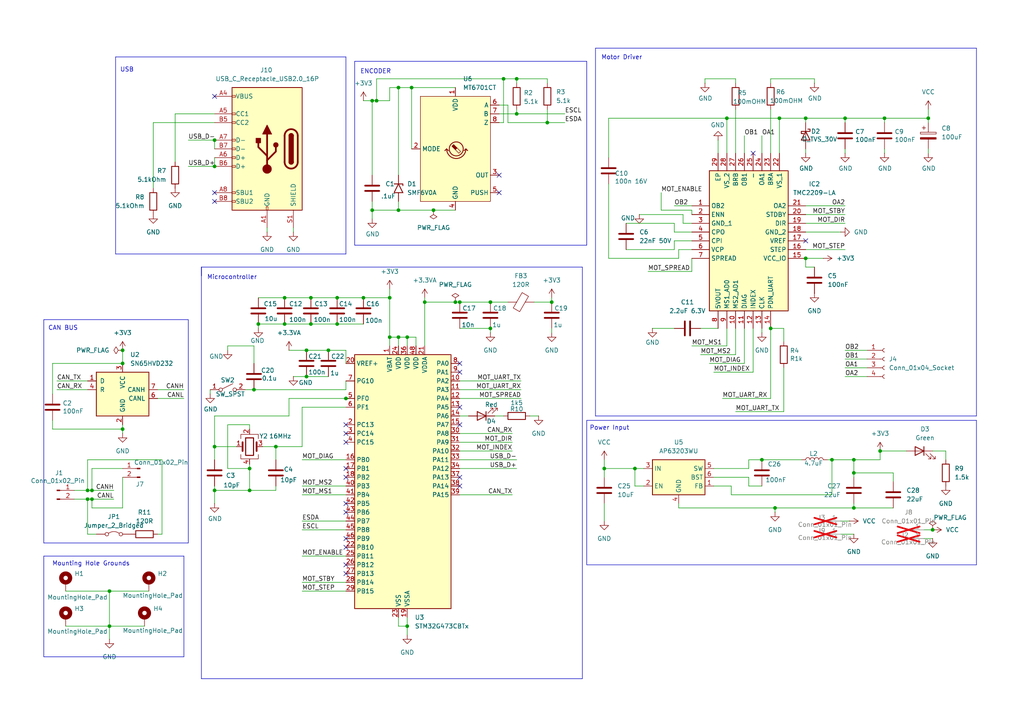
<source format=kicad_sch>
(kicad_sch (version 20231120) (generator "eeschema") (generator_version "8.0")
  (paper "A4")
  (junction (at 62.23 40.64))
  (junction (at 25.4 142.24))
  (junction (at 82.55 93.98))
  (junction (at 109.22 29.21))
  (junction (at 142.24 95.25))
  (junction (at 88.9 109.22))
  (junction (at 142.24 87.63))
  (junction (at 132.08 87.63))
  (junction (at 72.39 142.24))
  (junction (at 233.68 74.93))
  (junction (at 80.01 129.54))
  (junction (at 247.65 137.16))
  (junction (at 223.52 95.25))
  (junction (at 160.02 87.63))
  (junction (at 158.75 35.56))
  (junction (at 184.15 135.89))
  (junction (at 31.75 181.61))
  (junction (at 133.35 87.63))
  (junction (at 233.68 34.29))
  (junction (at 90.17 86.36))
  (junction (at 74.93 93.98))
  (junction (at 97.79 93.98))
  (junction (at 107.95 29.21))
  (junction (at 62.23 48.26))
  (junction (at 62.23 129.54))
  (junction (at 26.67 142.24))
  (junction (at 35.56 101.6))
  (junction (at 31.75 171.45))
  (junction (at 125.73 60.96))
  (junction (at 118.11 181.61))
  (junction (at 107.95 60.96))
  (junction (at 226.06 34.29))
  (junction (at 105.41 86.36))
  (junction (at 149.86 22.86))
  (junction (at 97.79 86.36))
  (junction (at 241.3 133.35))
  (junction (at 247.65 147.32))
  (junction (at 100.33 115.57))
  (junction (at 256.54 34.29))
  (junction (at 146.05 22.86))
  (junction (at 72.39 135.89))
  (junction (at 62.23 142.24))
  (junction (at 35.56 105.41))
  (junction (at 115.57 97.79))
  (junction (at 90.17 93.98))
  (junction (at 95.25 101.6))
  (junction (at 224.79 147.32))
  (junction (at 73.66 113.03))
  (junction (at 149.86 33.02))
  (junction (at 88.9 101.6))
  (junction (at 25.4 144.78))
  (junction (at 175.26 135.89))
  (junction (at 82.55 86.36))
  (junction (at 118.11 97.79))
  (junction (at 35.56 124.46))
  (junction (at 113.03 97.79))
  (junction (at 115.57 25.4))
  (junction (at 255.27 130.81))
  (junction (at 220.98 133.35))
  (junction (at 247.65 133.35))
  (junction (at 115.57 60.96))
  (junction (at 113.03 86.36))
  (junction (at 245.11 34.29))
  (junction (at 270.51 153.67))
  (junction (at 269.24 34.29))
  (junction (at 123.19 87.63))
  (junction (at 119.38 25.4))
  (junction (at 210.82 34.29))
  (junction (at 26.67 144.78))
  (no_connect (at 133.35 105.41))
  (no_connect (at 62.23 27.94))
  (no_connect (at 100.33 123.19))
  (no_connect (at 100.33 135.89))
  (no_connect (at 100.33 146.05))
  (no_connect (at 62.23 58.42))
  (no_connect (at 133.35 140.97))
  (no_connect (at 133.35 118.11))
  (no_connect (at 133.35 138.43))
  (no_connect (at 100.33 148.59))
  (no_connect (at 100.33 163.83))
  (no_connect (at 100.33 156.21))
  (no_connect (at 100.33 138.43))
  (no_connect (at 100.33 166.37))
  (no_connect (at 218.44 44.45))
  (no_connect (at 133.35 123.19))
  (no_connect (at 133.35 107.95))
  (no_connect (at 62.23 55.88))
  (no_connect (at 233.68 69.85))
  (no_connect (at 100.33 128.27))
  (no_connect (at 100.33 125.73))
  (no_connect (at 144.78 50.8))
  (no_connect (at 144.78 55.88))
  (no_connect (at 100.33 158.75))
  (wire (pts (xy 147.32 30.48) (xy 147.32 35.56)))
  (wire (pts (xy 209.55 115.57) (xy 223.52 115.57)))
  (wire (pts (xy 269.24 31.75) (xy 269.24 34.29)))
  (wire (pts (xy 44.45 35.56) (xy 62.23 35.56)))
  (wire (pts (xy 241.3 143.51) (xy 241.3 133.35)))
  (wire (pts (xy 204.47 22.86) (xy 204.47 24.13)))
  (wire (pts (xy 213.36 22.86) (xy 213.36 24.13)))
  (wire (pts (xy 87.63 118.11) (xy 100.33 118.11)))
  (wire (pts (xy 66.04 101.6) (xy 66.04 100.33)))
  (wire (pts (xy 54.61 48.26) (xy 62.23 48.26)))
  (wire (pts (xy 123.19 87.63) (xy 132.08 87.63)))
  (wire (pts (xy 62.23 40.64) (xy 62.23 43.18)))
  (wire (pts (xy 113.03 86.36) (xy 113.03 97.79)))
  (wire (pts (xy 115.57 60.96) (xy 125.73 60.96)))
  (wire (pts (xy 158.75 22.86) (xy 149.86 22.86)))
  (wire (pts (xy 83.82 115.57) (xy 100.33 115.57)))
  (wire (pts (xy 245.11 34.29) (xy 245.11 35.56)))
  (wire (pts (xy 72.39 123.19) (xy 72.39 124.46)))
  (wire (pts (xy 87.63 143.51) (xy 100.33 143.51)))
  (polyline (pts (xy 102.87 17.78) (xy 102.87 71.12)))
  (wire (pts (xy 113.03 25.4) (xy 113.03 29.21)))
  (wire (pts (xy 146.05 22.86) (xy 149.86 22.86)))
  (wire (pts (xy 189.23 95.25) (xy 195.58 95.25)))
  (wire (pts (xy 72.39 135.89) (xy 72.39 142.24)))
  (polyline (pts (xy 33.528 73.66) (xy 100.33 73.66)))
  (wire (pts (xy 50.8 46.99) (xy 50.8 33.02)))
  (wire (pts (xy 212.09 140.97) (xy 212.09 143.51)))
  (wire (pts (xy 200.66 69.85) (xy 195.58 69.85)))
  (wire (pts (xy 88.9 109.22) (xy 95.25 109.22)))
  (wire (pts (xy 46.99 133.35) (xy 25.4 133.35)))
  (wire (pts (xy 118.11 179.07) (xy 118.11 181.61)))
  (wire (pts (xy 233.68 34.29) (xy 245.11 34.29)))
  (wire (pts (xy 87.63 161.29) (xy 100.33 161.29)))
  (wire (pts (xy 144.78 33.02) (xy 149.86 33.02)))
  (wire (pts (xy 54.61 40.64) (xy 62.23 40.64)))
  (wire (pts (xy 256.54 43.18) (xy 256.54 44.45)))
  (wire (pts (xy 115.57 97.79) (xy 118.11 97.79)))
  (wire (pts (xy 196.85 74.93) (xy 176.53 74.93)))
  (wire (pts (xy 215.9 95.25) (xy 215.9 105.41)))
  (wire (pts (xy 101.6 115.57) (xy 100.33 115.57)))
  (wire (pts (xy 15.24 114.3) (xy 15.24 105.41)))
  (wire (pts (xy 210.82 95.25) (xy 210.82 100.33)))
  (wire (pts (xy 87.63 133.35) (xy 100.33 133.35)))
  (wire (pts (xy 74.93 93.98) (xy 74.93 95.25)))
  (wire (pts (xy 198.12 62.23) (xy 185.42 62.23)))
  (wire (pts (xy 107.95 58.42) (xy 107.95 60.96)))
  (wire (pts (xy 256.54 34.29) (xy 269.24 34.29)))
  (wire (pts (xy 203.2 95.25) (xy 208.28 95.25)))
  (wire (pts (xy 207.01 138.43) (xy 217.17 138.43)))
  (wire (pts (xy 113.03 83.82) (xy 113.03 86.36)))
  (wire (pts (xy 247.65 133.35) (xy 241.3 133.35)))
  (wire (pts (xy 241.3 133.35) (xy 240.03 133.35)))
  (wire (pts (xy 109.22 29.21) (xy 107.95 29.21)))
  (wire (pts (xy 41.91 181.61) (xy 31.75 181.61)))
  (wire (pts (xy 195.58 72.39) (xy 181.61 72.39)))
  (wire (pts (xy 125.73 60.96) (xy 132.08 60.96)))
  (polyline (pts (xy 170.18 71.12) (xy 170.18 17.78)))
  (wire (pts (xy 200.66 74.93) (xy 200.66 78.74)))
  (wire (pts (xy 233.68 34.29) (xy 233.68 35.56)))
  (wire (pts (xy 44.45 54.61) (xy 44.45 35.56)))
  (wire (pts (xy 100.33 101.6) (xy 100.33 105.41)))
  (wire (pts (xy 245.11 72.39) (xy 233.68 72.39)))
  (wire (pts (xy 66.04 135.89) (xy 72.39 135.89)))
  (wire (pts (xy 218.44 107.95) (xy 207.01 107.95)))
  (wire (pts (xy 62.23 120.65) (xy 62.23 129.54)))
  (wire (pts (xy 62.23 45.72) (xy 62.23 48.26)))
  (wire (pts (xy 82.55 93.98) (xy 90.17 93.98)))
  (wire (pts (xy 80.01 142.24) (xy 72.39 142.24)))
  (wire (pts (xy 31.75 181.61) (xy 19.05 181.61)))
  (wire (pts (xy 220.98 133.35) (xy 217.17 133.35)))
  (wire (pts (xy 236.22 22.86) (xy 223.52 22.86)))
  (wire (pts (xy 233.68 67.31) (xy 243.84 67.31)))
  (wire (pts (xy 45.72 115.57) (xy 53.34 115.57)))
  (wire (pts (xy 21.59 144.78) (xy 25.4 144.78)))
  (polyline (pts (xy 33.528 16.51) (xy 100.33 16.51)))
  (wire (pts (xy 97.79 86.36) (xy 105.41 86.36)))
  (wire (pts (xy 200.66 64.77) (xy 198.12 64.77)))
  (wire (pts (xy 115.57 25.4) (xy 119.38 25.4)))
  (wire (pts (xy 85.09 67.31) (xy 85.09 66.04)))
  (wire (pts (xy 149.86 24.13) (xy 149.86 22.86)))
  (polyline (pts (xy 100.33 73.66) (xy 100.33 16.51)))
  (polyline (pts (xy 33.528 16.51) (xy 33.528 73.66)))
  (wire (pts (xy 16.51 110.49) (xy 25.4 110.49)))
  (wire (pts (xy 233.68 77.47) (xy 236.22 77.47)))
  (wire (pts (xy 115.57 179.07) (xy 115.57 181.61)))
  (polyline (pts (xy 172.72 13.97) (xy 172.72 120.65)))
  (wire (pts (xy 245.11 106.68) (xy 251.46 106.68)))
  (wire (pts (xy 255.27 130.81) (xy 255.27 133.35)))
  (wire (pts (xy 147.32 35.56) (xy 158.75 35.56)))
  (wire (pts (xy 149.86 31.75) (xy 149.86 33.02)))
  (wire (pts (xy 132.08 87.63) (xy 133.35 87.63)))
  (wire (pts (xy 15.24 105.41) (xy 35.56 105.41)))
  (wire (pts (xy 220.98 39.37) (xy 220.98 44.45)))
  (wire (pts (xy 146.05 120.65) (xy 143.51 120.65)))
  (wire (pts (xy 62.23 142.24) (xy 72.39 142.24)))
  (wire (pts (xy 26.67 144.78) (xy 25.4 144.78)))
  (wire (pts (xy 77.47 67.31) (xy 77.47 66.04)))
  (wire (pts (xy 83.82 101.6) (xy 88.9 101.6)))
  (wire (pts (xy 158.75 24.13) (xy 158.75 22.86)))
  (polyline (pts (xy 53.34 190.5) (xy 53.34 161.29)))
  (wire (pts (xy 236.22 22.86) (xy 236.22 24.13)))
  (wire (pts (xy 76.2 129.54) (xy 80.01 129.54)))
  (wire (pts (xy 212.09 143.51) (xy 241.3 143.51)))
  (polyline (pts (xy 172.72 13.97) (xy 283.21 13.97)))
  (wire (pts (xy 105.41 86.36) (xy 113.03 86.36)))
  (polyline (pts (xy 283.21 120.65) (xy 283.21 13.97)))
  (wire (pts (xy 73.66 100.33) (xy 73.66 105.41)))
  (wire (pts (xy 25.4 133.35) (xy 25.4 142.24)))
  (polyline (pts (xy 283.21 121.92) (xy 170.18 121.92)))
  (wire (pts (xy 123.19 87.63) (xy 123.19 100.33)))
  (wire (pts (xy 200.66 72.39) (xy 196.85 72.39)))
  (polyline (pts (xy 170.18 121.92) (xy 170.18 163.83)))
  (wire (pts (xy 269.24 43.18) (xy 269.24 44.45)))
  (wire (pts (xy 66.04 123.19) (xy 66.04 135.89)))
  (wire (pts (xy 135.89 120.65) (xy 133.35 120.65)))
  (wire (pts (xy 243.84 154.94) (xy 247.65 154.94)))
  (wire (pts (xy 245.11 104.14) (xy 251.46 104.14)))
  (wire (pts (xy 226.06 34.29) (xy 226.06 44.45)))
  (wire (pts (xy 195.58 59.69) (xy 200.66 59.69)))
  (wire (pts (xy 233.68 59.69) (xy 245.11 59.69)))
  (wire (pts (xy 198.12 64.77) (xy 198.12 62.23)))
  (polyline (pts (xy 58.42 77.47) (xy 58.42 196.85)))
  (wire (pts (xy 80.01 142.24) (xy 80.01 140.97)))
  (wire (pts (xy 149.86 135.89) (xy 133.35 135.89)))
  (wire (pts (xy 184.15 140.97) (xy 184.15 135.89)))
  (wire (pts (xy 148.59 130.81) (xy 133.35 130.81)))
  (wire (pts (xy 113.03 97.79) (xy 113.03 100.33)))
  (wire (pts (xy 233.68 74.93) (xy 238.76 74.93)))
  (wire (pts (xy 72.39 134.62) (xy 72.39 135.89)))
  (wire (pts (xy 195.58 64.77) (xy 181.61 64.77)))
  (wire (pts (xy 107.95 29.21) (xy 107.95 50.8)))
  (wire (pts (xy 247.65 137.16) (xy 247.65 133.35)))
  (wire (pts (xy 115.57 58.42) (xy 115.57 60.96)))
  (wire (pts (xy 26.67 135.89) (xy 35.56 135.89)))
  (wire (pts (xy 62.23 129.54) (xy 62.23 133.35)))
  (wire (pts (xy 19.05 171.45) (xy 31.75 171.45)))
  (wire (pts (xy 217.17 135.89) (xy 207.01 135.89)))
  (wire (pts (xy 223.52 95.25) (xy 223.52 115.57)))
  (wire (pts (xy 46.99 154.94) (xy 45.72 154.94)))
  (wire (pts (xy 35.56 124.46) (xy 35.56 125.73)))
  (wire (pts (xy 35.56 123.19) (xy 35.56 124.46)))
  (wire (pts (xy 35.56 101.6) (xy 35.56 105.41)))
  (wire (pts (xy 160.02 96.52) (xy 160.02 95.25)))
  (wire (pts (xy 115.57 97.79) (xy 115.57 100.33)))
  (wire (pts (xy 147.32 87.63) (xy 142.24 87.63)))
  (wire (pts (xy 60.96 113.03) (xy 60.96 114.3)))
  (wire (pts (xy 142.24 96.52) (xy 142.24 95.25)))
  (polyline (pts (xy 168.91 77.47) (xy 58.42 77.47)))
  (wire (pts (xy 200.66 62.23) (xy 200.66 60.96)))
  (wire (pts (xy 196.85 146.05) (xy 196.85 147.32)))
  (wire (pts (xy 223.52 95.25) (xy 227.33 95.25)))
  (wire (pts (xy 256.54 34.29) (xy 256.54 35.56)))
  (wire (pts (xy 226.06 34.29) (xy 233.68 34.29)))
  (wire (pts (xy 109.22 22.86) (xy 109.22 29.21)))
  (wire (pts (xy 27.94 154.94) (xy 25.4 154.94)))
  (wire (pts (xy 247.65 147.32) (xy 247.65 146.05)))
  (polyline (pts (xy 58.42 77.47) (xy 58.42 80.01)))
  (polyline (pts (xy 172.72 120.65) (xy 283.21 120.65)))
  (wire (pts (xy 144.78 30.48) (xy 147.32 30.48)))
  (wire (pts (xy 21.59 142.24) (xy 25.4 142.24)))
  (wire (pts (xy 218.44 95.25) (xy 218.44 107.95)))
  (wire (pts (xy 149.86 133.35) (xy 133.35 133.35)))
  (wire (pts (xy 90.17 86.36) (xy 97.79 86.36)))
  (wire (pts (xy 200.66 60.96) (xy 191.77 60.96)))
  (wire (pts (xy 227.33 119.38) (xy 227.33 106.68)))
  (wire (pts (xy 133.35 95.25) (xy 142.24 95.25)))
  (wire (pts (xy 208.28 44.45) (xy 208.28 40.64)))
  (wire (pts (xy 217.17 140.97) (xy 220.98 140.97)))
  (wire (pts (xy 191.77 60.96) (xy 191.77 55.88)))
  (wire (pts (xy 195.58 69.85) (xy 195.58 72.39)))
  (wire (pts (xy 31.75 171.45) (xy 31.75 181.61)))
  (wire (pts (xy 175.26 133.35) (xy 175.26 135.89)))
  (wire (pts (xy 245.11 64.77) (xy 233.68 64.77)))
  (polyline (pts (xy 102.87 17.78) (xy 170.18 17.78)))
  (wire (pts (xy 25.4 154.94) (xy 25.4 144.78)))
  (wire (pts (xy 66.04 123.19) (xy 72.39 123.19)))
  (wire (pts (xy 245.11 43.18) (xy 245.11 44.45)))
  (wire (pts (xy 217.17 133.35) (xy 217.17 135.89)))
  (wire (pts (xy 175.26 138.43) (xy 175.26 135.89)))
  (wire (pts (xy 200.66 78.74) (xy 187.96 78.74)))
  (wire (pts (xy 245.11 101.6) (xy 251.46 101.6)))
  (wire (pts (xy 223.52 31.75) (xy 223.52 44.45)))
  (wire (pts (xy 46.99 154.94) (xy 46.99 133.35)))
  (wire (pts (xy 50.8 33.02) (xy 62.23 33.02)))
  (wire (pts (xy 245.11 62.23) (xy 233.68 62.23)))
  (wire (pts (xy 151.13 113.03) (xy 133.35 113.03)))
  (wire (pts (xy 105.41 29.21) (xy 107.95 29.21)))
  (wire (pts (xy 247.65 137.16) (xy 247.65 138.43)))
  (wire (pts (xy 16.51 113.03) (xy 25.4 113.03)))
  (wire (pts (xy 31.75 181.61) (xy 31.75 185.42)))
  (wire (pts (xy 115.57 25.4) (xy 115.57 50.8)))
  (wire (pts (xy 35.56 138.43) (xy 35.56 147.32)))
  (wire (pts (xy 215.9 105.41) (xy 205.74 105.41)))
  (wire (pts (xy 175.26 135.89) (xy 184.15 135.89)))
  (wire (pts (xy 210.82 34.29) (xy 226.06 34.29)))
  (wire (pts (xy 88.9 101.6) (xy 95.25 101.6)))
  (wire (pts (xy 151.13 110.49) (xy 133.35 110.49)))
  (wire (pts (xy 83.82 120.65) (xy 62.23 120.65)))
  (wire (pts (xy 217.17 138.43) (xy 217.17 140.97)))
  (polyline (pts (xy 170.18 163.83) (xy 283.21 163.83)))
  (wire (pts (xy 259.08 137.16) (xy 259.08 139.7)))
  (wire (pts (xy 113.03 25.4) (xy 115.57 25.4)))
  (wire (pts (xy 80.01 129.54) (xy 87.63 129.54)))
  (wire (pts (xy 100.33 113.03) (xy 100.33 110.49)))
  (wire (pts (xy 119.38 25.4) (xy 132.08 25.4)))
  (wire (pts (xy 26.67 135.89) (xy 26.67 142.24)))
  (wire (pts (xy 148.59 128.27) (xy 133.35 128.27)))
  (wire (pts (xy 82.55 86.36) (xy 90.17 86.36)))
  (wire (pts (xy 176.53 53.34) (xy 176.53 74.93)))
  (wire (pts (xy 184.15 135.89) (xy 186.69 135.89)))
  (wire (pts (xy 115.57 181.61) (xy 118.11 181.61)))
  (wire (pts (xy 62.23 129.54) (xy 68.58 129.54)))
  (wire (pts (xy 246.38 151.13) (xy 243.84 151.13)))
  (wire (pts (xy 274.32 133.35) (xy 274.32 130.81)))
  (polyline (pts (xy 12.7 161.29) (xy 53.34 161.29)))
  (wire (pts (xy 269.24 35.56) (xy 269.24 34.29)))
  (wire (pts (xy 35.56 147.32) (xy 26.67 147.32)))
  (wire (pts (xy 107.95 60.96) (xy 107.95 63.5)))
  (wire (pts (xy 224.79 147.32) (xy 224.79 148.59)))
  (wire (pts (xy 74.93 86.36) (xy 82.55 86.36)))
  (wire (pts (xy 107.95 60.96) (xy 115.57 60.96)))
  (wire (pts (xy 204.47 22.86) (xy 213.36 22.86)))
  (wire (pts (xy 45.72 113.03) (xy 53.34 113.03)))
  (wire (pts (xy 186.69 140.97) (xy 184.15 140.97)))
  (wire (pts (xy 26.67 142.24) (xy 33.02 142.24)))
  (wire (pts (xy 160.02 86.36) (xy 160.02 87.63)))
  (wire (pts (xy 247.65 147.32) (xy 224.79 147.32)))
  (wire (pts (xy 151.13 115.57) (xy 133.35 115.57)))
  (wire (pts (xy 210.82 34.29) (xy 210.82 44.45)))
  (wire (pts (xy 196.85 147.32) (xy 224.79 147.32)))
  (wire (pts (xy 133.35 87.63) (xy 142.24 87.63)))
  (wire (pts (xy 85.09 109.22) (xy 88.9 109.22)))
  (wire (pts (xy 118.11 97.79) (xy 120.65 97.79)))
  (wire (pts (xy 144.78 35.56) (xy 146.05 35.56)))
  (polyline (pts (xy 102.87 71.12) (xy 170.18 71.12)))
  (wire (pts (xy 146.05 35.56) (xy 146.05 22.86)))
  (wire (pts (xy 87.63 153.67) (xy 100.33 153.67)))
  (polyline (pts (xy 168.91 196.85) (xy 168.91 77.47)))
  (polyline (pts (xy 54.61 157.48) (xy 54.61 92.71)))
  (wire (pts (xy 15.24 124.46) (xy 35.56 124.46)))
  (wire (pts (xy 195.58 67.31) (xy 195.58 64.77)))
  (wire (pts (xy 245.11 109.22) (xy 251.46 109.22)))
  (wire (pts (xy 43.18 171.45) (xy 31.75 171.45)))
  (wire (pts (xy 87.63 151.13) (xy 100.33 151.13)))
  (wire (pts (xy 149.86 33.02) (xy 163.83 33.02)))
  (wire (pts (xy 255.27 130.81) (xy 262.89 130.81)))
  (wire (pts (xy 175.26 151.13) (xy 175.26 146.05)))
  (wire (pts (xy 247.65 147.32) (xy 259.08 147.32)))
  (wire (pts (xy 87.63 168.91) (xy 100.33 168.91)))
  (wire (pts (xy 210.82 100.33) (xy 200.66 100.33)))
  (wire (pts (xy 109.22 22.86) (xy 146.05 22.86)))
  (wire (pts (xy 176.53 34.29) (xy 210.82 34.29)))
  (wire (pts (xy 95.25 101.6) (xy 100.33 101.6)))
  (wire (pts (xy 87.63 118.11) (xy 87.63 129.54)))
  (wire (pts (xy 200.66 67.31) (xy 195.58 67.31)))
  (wire (pts (xy 71.12 113.03) (xy 73.66 113.03)))
  (wire (pts (xy 113.03 97.79) (xy 115.57 97.79)))
  (wire (pts (xy 207.01 140.97) (xy 212.09 140.97)))
  (wire (pts (xy 123.19 86.36) (xy 123.19 87.63)))
  (wire (pts (xy 227.33 95.25) (xy 227.33 99.06)))
  (wire (pts (xy 215.9 39.37) (xy 215.9 44.45)))
  (wire (pts (xy 90.17 93.98) (xy 97.79 93.98)))
  (wire (pts (xy 274.32 130.81) (xy 270.51 130.81)))
  (wire (pts (xy 223.52 22.86) (xy 223.52 24.13)))
  (polyline (pts (xy 12.7 190.5) (xy 53.34 190.5)))
  (wire (pts (xy 233.68 74.93) (xy 233.68 77.47)))
  (polyline (pts (xy 12.7 161.29) (xy 12.7 190.5)))
  (wire (pts (xy 66.04 100.33) (xy 73.66 100.33)))
  (wire (pts (xy 158.75 35.56) (xy 163.83 35.56)))
  (wire (pts (xy 213.36 102.87) (xy 203.2 102.87)))
  (wire (pts (xy 118.11 97.79) (xy 118.11 100.33)))
  (wire (pts (xy 26.67 144.78) (xy 26.67 147.32)))
  (wire (pts (xy 97.79 93.98) (xy 105.41 93.98)))
  (wire (pts (xy 26.67 144.78) (xy 33.02 144.78)))
  (wire (pts (xy 80.01 129.54) (xy 80.01 133.35)))
  (wire (pts (xy 233.68 43.18) (xy 233.68 44.45)))
  (wire (pts (xy 62.23 142.24) (xy 62.23 146.05)))
  (wire (pts (xy 247.65 137.16) (xy 259.08 137.16)))
  (wire (pts (xy 73.66 113.03) (xy 100.33 113.03)))
  (wire (pts (xy 62.23 140.97) (xy 62.23 142.24)))
  (wire (pts (xy 118.11 181.61) (xy 118.11 184.15)))
  (wire (pts (xy 220.98 95.25) (xy 220.98 96.52)))
  (wire (pts (xy 74.93 93.98) (xy 82.55 93.98)))
  (wire (pts (xy 87.63 140.97) (xy 100.33 140.97)))
  (wire (pts (xy 196.85 72.39) (xy 196.85 74.93)))
  (wire (pts (xy 270.51 153.67) (xy 267.97 153.67)))
  (wire (pts (xy 232.41 133.35) (xy 220.98 133.35)))
  (wire (pts (xy 255.27 133.35) (xy 247.65 133.35)))
  (wire (pts (xy 213.36 31.75) (xy 213.36 44.45)))
  (polyline (pts (xy 12.7 92.71) (xy 12.7 157.48)))
  (wire (pts (xy 120.65 97.79) (xy 120.65 100.33)))
  (wire (pts (xy 176.53 45.72) (xy 176.53 34.29)))
  (wire (pts (xy 15.24 121.92) (xy 15.24 124.46)))
  (polyline (pts (xy 12.7 157.48) (xy 54.61 157.48)))
  (wire (pts (xy 154.94 87.63) (xy 160.02 87.63)))
  (wire (pts (xy 245.11 34.29) (xy 256.54 34.29)))
  (wire (pts (xy 213.36 119.38) (xy 227.33 119.38)))
  (wire (pts (xy 87.63 171.45) (xy 100.33 171.45)))
  (wire (pts (xy 25.4 142.24) (xy 26.67 142.24)))
  (wire (pts (xy 148.59 125.73) (xy 133.35 125.73)))
  (polyline (pts (xy 12.7 92.71) (xy 54.61 92.71)))
  (wire (pts (xy 213.36 95.25) (xy 213.36 102.87)))
  (wire (pts (xy 113.03 29.21) (xy 109.22 29.21)))
  (polyline (pts (xy 58.42 196.85) (xy 168.91 196.85)))
  (wire (pts (xy 148.59 143.51) (xy 133.35 143.51)))
  (polyline (pts (xy 283.21 163.83) (xy 283.21 121.92)))
  (wire (pts (xy 119.38 43.18) (xy 119.38 25.4)))
  (wire (pts (xy 83.82 115.57) (xy 83.82 120.65)))
  (wire (pts (xy 156.21 120.65) (xy 153.67 120.65)))
  (wire (pts (xy 267.97 156.21) (xy 270.51 156.21)))
  (wire (pts (xy 158.75 31.75) (xy 158.75 35.56)))
  (text "CAN BUS" (at 18.288 95.25 0) (effects (font (size 1.27 1.27))))
  (text "Power Input\n" (at 176.784 124.206 0) (effects (font (size 1.27 1.27))))
  (text "ENCODER" (at 108.966 20.828 0) (effects (font (size 1.27 1.27))))
  (text "Microcontroller\n" (at 67.31 80.518 0) (effects (font (size 1.27 1.27))))
  (text "Mounting Hole Grounds\n" (at 26.416 163.576 0) (effects (font (size 1.27 1.27))))
  (text "USB\n" (at 36.83 20.32 0) (effects (font (size 1.27 1.27))))
  (text "Motor Driver\n" (at 180.34 16.764 0) (effects (font (size 1.27 1.27))))
  (label "CAN_TX" (at 148.59 143.51 180))
  (label "MOT_SPREAD" (at 187.96 78.74 0))
  (label "OA2" (at 245.11 109.22 0))
  (label "MOT_MS2" (at 203.2 102.87 0))
  (label "CANL" (at 33.02 144.78 180))
  (label "CANH" (at 33.02 142.24 180))
  (label "OA2" (at 245.11 59.69 180))
  (label "OA1" (at 220.98 39.37 0))
  (label "OB2" (at 245.11 101.6 0))
  (label "MOT_UART_RX" (at 151.13 113.03 180))
  (label "MOT_STEP" (at 245.11 72.39 180))
  (label "MOT_DIAG" (at 87.63 133.35 0))
  (label "MOT_MS1" (at 87.63 143.51 0))
  (label "USB_D-" (at 54.61 40.64 0))
  (label "USB_D-" (at 149.86 133.35 180))
  (label "MOT_UART_RX" (at 209.55 115.57 0))
  (label "CAN_RX" (at 148.59 125.73 180))
  (label "MOT_UART_TX" (at 151.13 110.49 180))
  (label "MOT_INDEX" (at 207.01 107.95 0))
  (label "MOT_UART_TX" (at 213.36 119.38 0))
  (label "MOT_DIAG" (at 205.74 105.41 0))
  (label "ESDA" (at 163.83 35.56 0))
  (label "OB1" (at 215.9 39.37 0))
  (label "MOT_ENABLE" (at 87.63 161.29 0))
  (label "ESDA" (at 87.63 151.13 0))
  (label "CAN_RX" (at 16.51 113.03 0))
  (label "ESCL" (at 163.83 33.02 0))
  (label "MOT_SPREAD" (at 151.13 115.57 180))
  (label "CAN_TX" (at 16.51 110.49 0))
  (label "CANH" (at 53.34 113.03 180))
  (label "MOT_DIR" (at 148.59 128.27 180))
  (label "MOT_STBY" (at 245.11 62.23 180))
  (label "USB_D+" (at 149.86 135.89 180))
  (label "USB_D+" (at 54.61 48.26 0))
  (label "OB1" (at 245.11 104.14 0))
  (label "CANL" (at 53.34 115.57 180))
  (label "MOT_DIR" (at 245.11 64.77 180))
  (label "OB2" (at 195.58 59.69 0))
  (label "MOT_INDEX" (at 148.59 130.81 180))
  (label "MOT_ENABLE" (at 191.77 55.88 0))
  (label "MOT_STBY" (at 87.63 168.91 0))
  (label "ESCL" (at 87.63 153.67 0))
  (label "MOT_MS2" (at 87.63 140.97 0))
  (label "MOT_STEP" (at 87.63 171.45 0))
  (label "MOT_MS1" (at 200.66 100.33 0))
  (label "OA1" (at 245.11 106.68 0))
  (symbol (lib_id "power:+3V3") (at 113.03 83.82 0) (unit 1)
    (property "Reference" "#PWR01" (effects (hide yes)))
    (property "Value" "+3V3" (at 113.03 78.74 0))
    (property "Description" "Power symbol creates a global label with name \"+3V3\"" (effects (hide yes)))
  )
  (symbol (lib_id "power:GND") (at 256.54 44.45 0) (unit 1)
    (property "Reference" "#PWR022" (effects (hide yes)))
    (property "Value" "GND" (at 256.667 48.8442 0))
  )
  (symbol (lib_id "Interface_CAN_LIN:SN65HVD232") (at 35.56 113.03 0) (unit 1)
    (property "Reference" "U2" (at 37.7541 102.87 0) (effects (justify left)))
    (property "Value" "SN65HVD232" (at 37.7541 105.41 0) (effects (justify left)))
    (property "Footprint" "Package_SO:SOIC-8_3.9x4.9mm_P1.27mm" (effects (hide yes)))
    (property "Datasheet" "http://www.ti.com/lit/ds/symlink/sn65hvd230.pdf" (effects (hide yes)))
    (property "Description" "CAN Bus Transceivers, 3.3V, 1Mbps, SOIC-8" (effects (hide yes)))
  )
  (symbol (lib_id "Device:C") (at 181.61 68.58 0) (unit 1)
    (property "Reference" "C6" (at 185.42 67.3099 0) (effects (justify left)))
    (property "Value" "22nF 50V" (at 185.42 69.8499 0) (effects (justify left)))
    (property "Footprint" "Capacitor_SMD:C_0402_1005Metric" (effects (hide yes)))
    (property "Description" "Unpolarized capacitor" (effects (hide yes)))
  )
  (symbol (lib_id "power:GND") (at 245.11 44.45 0) (unit 1)
    (property "Reference" "#PWR020" (effects (hide yes)))
    (property "Value" "GND" (at 245.237 48.8442 0))
  )
  (symbol (lib_id "Device:C") (at 175.26 142.24 180) (unit 1)
    (property "Reference" "C25" (at 179.07 140.9699 0) (effects (justify right)))
    (property "Value" "10uF" (at 179.07 143.5099 0) (effects (justify right)))
    (property "Footprint" "Capacitor_SMD:C_0603_1608Metric" (effects (hide yes)))
    (property "Description" "Unpolarized capacitor" (effects (hide yes)))
  )
  (symbol (lib_id "MCU_ST_STM32G4:STM32G473CBTx") (at 115.57 140.97 0) (unit 1)
    (property "Reference" "U3" (at 120.3041 179.07 0) (effects (justify left)))
    (property "Value" "STM32G473CBTx" (at 120.3041 181.61 0) (effects (justify left)))
    (property "Footprint" "Package_QFP:LQFP-48_7x7mm_P0.5mm" (effects (hide yes)))
    (property "Datasheet" "https://www.st.com/resource/en/datasheet/stm32g473cb.pdf" (effects (hide yes)))
    (property "Description" "STMicroelectronics Arm Cortex-M4 MCU, 128KB flash, 128KB RAM, 170 MHz, 1.71-3.6V, 38 GPIO, LQFP48" (effects (hide yes)))
  )
  (symbol (lib_id "power:VCC") (at 246.38 151.13 270) (unit 1)
    (property "Reference" "#PWR015" (effects (hide yes)))
    (property "Value" "VCC" (at 250.19 151.1299 90) (effects (justify left)))
    (property "Description" "Power symbol creates a global label with name \"VCC\"" (effects (hide yes)))
  )
  (symbol (lib_id "power:PWR_FLAG") (at 35.56 101.6 90) (unit 1)
    (property "Reference" "#FLG04" (effects (hide yes)))
    (property "Value" "PWR_FLAG" (at 31.75 101.5999 90) (effects (justify left)))
    (property "Description" "Special symbol for telling ERC where power comes from" (effects (hide yes)))
  )
  (symbol (lib_id "power:GND") (at 118.11 184.15 0) (unit 1)
    (property "Reference" "#PWR02" (effects (hide yes)))
    (property "Value" "GND" (at 118.11 189.23 0))
    (property "Description" "Power symbol creates a global label with name \"GND\" , ground" (effects (hide yes)))
  )
  (symbol (lib_id "power:+3.3VA") (at 123.19 86.36 0) (unit 1)
    (property "Reference" "#PWR034" (effects (hide yes)))
    (property "Value" "+3.3VA" (at 123.19 81.28 0))
    (property "Description" "Power symbol creates a global label with name \"+3.3VA\"" (effects (hide yes)))
  )
  (symbol (lib_id "power:GND") (at 62.23 146.05 0) (unit 1)
    (property "Reference" "#PWR017" (effects (hide yes)))
    (property "Value" "GND" (at 62.357 150.4442 0))
  )
  (symbol (lib_id "Regulator_Switching:AP63203WU") (at 196.85 138.43 0) (unit 1)
    (property "Reference" "U5" (at 196.85 128.27 0))
    (property "Value" "AP63203WU" (at 196.85 130.81 0))
    (property "Footprint" "Package_TO_SOT_SMD:TSOT-23-6" (effects (hide yes)))
    (property "Datasheet" "https://www.diodes.com/assets/Datasheets/AP63200-AP63201-AP63203-AP63205.pdf" (effects (hide yes)))
    (property "Description" "2A, 1.1MHz Buck DC/DC Converter, fixed 3.3V output voltage, TSOT-23-6" (effects (hide yes)))
  )
  (symbol (lib_id "power:GND") (at 85.09 67.31 0) (mirror y) (unit 1)
    (property "Reference" "#PWR043" (effects (hide yes)))
    (property "Value" "GND" (at 85.09 72.39 0))
    (property "Description" "Power symbol creates a global label with name \"GND\" , ground" (effects (hide yes)))
  )
  (symbol (lib_id "Device:C") (at 105.41 90.17 0) (unit 1)
    (property "Reference" "C16" (at 106.172 88.138 0) (effects (justify left)))
    (property "Value" "100n" (at 105.918 92.964 0) (effects (justify left)))
    (property "Footprint" "Capacitor_SMD:C_0402_1005Metric" (effects (hide yes)))
    (property "Description" "Unpolarized capacitor" (effects (hide yes)))
  )
  (symbol (lib_id "Device:C") (at 107.95 54.61 0) (unit 1)
    (property "Reference" "C1" (at 111.76 53.3399 0) (effects (justify left)))
    (property "Value" ".1uF" (at 110.49 56.896 0) (effects (justify left)))
    (property "Footprint" "Capacitor_SMD:C_0402_1005Metric" (effects (hide yes)))
    (property "Description" "Unpolarized capacitor" (effects (hide yes)))
  )
  (symbol (lib_id "power:VCC") (at 175.26 133.35 0) (unit 1)
    (property "Reference" "#PWR011" (effects (hide yes)))
    (property "Value" "VCC" (at 175.26 128.27 0))
    (property "Description" "Power symbol creates a global label with name \"VCC\"" (effects (hide yes)))
  )
  (symbol (lib_id "StepperDriver:TMC2209-LA") (at 200.66 59.69 0) (unit 1)
    (property "Reference" "IC2" (at 236.22 53.3714 0))
    (property "Value" "TMC2209-LA" (at 236.22 55.9114 0))
    (property "Footprint" "KiCad:QFN50P500X500X90-29N" (effects (hide yes)))
    (property "Datasheet" "https://www.analog.com/media/en/technical-documentation/data-sheets/TMC2209_datasheet_rev1.09.pdf" (effects (hide yes)))
    (property "Description" "Silent stepper motor driver 5 to 36V, up to 1.4A with S/D and UART Interface, 256 Steps, SpreadCycle and Stealthchop2" (effects (hide yes)))
    (property "Height" "0.9" (effects (hide yes)))
    (property "Mouser Part Number" "700-TMC2209-LA" (effects (hide yes)))
    (property "Mouser Price/Stock" "https://www.mouser.co.uk/ProductDetail/ADI-Trinamic/TMC2209-LA?qs=TiOZkKH1s2QqRRreEQH08w%3D%3D" (effects (hide yes)))
    (property "Manufacturer_Name" "Analog Devices" (effects (hide yes)))
    (property "Manufacturer_Part_Number" "TMC2209-LA" (effects (hide yes)))
  )
  (symbol (lib_id "power:GND") (at 274.32 140.97 0) (unit 1)
    (property "Reference" "#PWR010" (effects (hide yes)))
    (property "Value" "GND" (at 274.32 146.05 0))
    (property "Description" "Power symbol creates a global label with name \"GND\" , ground" (effects (hide yes)))
  )
  (symbol (lib_id "Connector:Conn_01x02_Pin") (at 16.51 142.24 0) (unit 1)
    (property "Reference" "J1" (at 17.145 137.16 0))
    (property "Value" "Conn_01x02_Pin" (at 16.764 139.446 0))
    (property "Footprint" "Connector_JST:JST_XH_S2B-XH-A-1_1x02_P2.50mm_Horizontal" (effects (hide yes)))
    (property "Description" "Generic connector, single row, 01x02, script generated" (effects (hide yes)))
  )
  (symbol (lib_id "Connector:Conn_01x01_Pin") (at 262.89 156.21 0) (unit 1) (dnp yes)
    (property "Reference" "J2" (at 262.382 155.194 0))
    (property "Value" "Conn_01x01_Pin" (at 263.398 157.226 0))
    (property "Footprint" "TestPoint:TestPoint_Pad_4.0x4.0mm" (effects (hide yes)))
    (property "Description" "Generic connector, single row, 01x01, script generated" (effects (hide yes)))
  )
  (symbol (lib_id "Device:Crystal_GND24") (at 72.39 129.54 0) (unit 1)
    (property "Reference" "Y2" (at 76.454 126.492 0))
    (property "Value" "16MHz" (at 81.28 126.492 0))
    (property "Footprint" "Crystal:Crystal_SMD_3225-4Pin_3.2x2.5mm" (effects (hide yes)))
    (property "Description" "Four pin crystal, GND on pins 2 and 4" (effects (hide yes)))
  )
  (symbol (lib_id "power:GND") (at 247.65 154.94 0) (unit 1)
    (property "Reference" "#PWR016" (effects (hide yes)))
    (property "Value" "GND" (at 247.65 160.02 0))
    (property "Description" "Power symbol creates a global label with name \"GND\" , ground" (effects (hide yes)))
  )
  (symbol (lib_id "Device:C") (at 247.65 142.24 0) (mirror y) (unit 1)
    (property "Reference" "C27" (at 243.84 140.9699 0) (effects (justify left)))
    (property "Value" "22uF" (at 243.84 143.5099 0) (effects (justify left)))
    (property "Footprint" "Capacitor_SMD:C_0805_2012Metric" (effects (hide yes)))
    (property "Description" "Unpolarized capacitor" (effects (hide yes)))
  )
  (symbol (lib_id "power:GND") (at 224.79 148.59 0) (unit 1)
    (property "Reference" "#PWR054" (effects (hide yes)))
    (property "Value" "GND" (at 224.79 153.67 0))
    (property "Description" "Power symbol creates a global label with name \"GND\" , ground" (effects (hide yes)))
  )
  (symbol (lib_id "Connector:Conn_01x02_Pin") (at 40.64 135.89 0) (mirror y) (unit 1)
    (property "Reference" "J7" (at 39.37 140.462 0) (effects (justify right)))
    (property "Value" "Conn_01x02_Pin" (at 38.862 134.112 0) (effects (justify right)))
    (property "Footprint" "Connector_JST:JST_XH_S2B-XH-A-1_1x02_P2.50mm_Horizontal" (effects (hide yes)))
    (property "Description" "Generic connector, single row, 01x02, script generated" (effects (hide yes)))
  )
  (symbol (lib_id "Jumper:Jumper_2_Bridged") (at 33.02 154.94 0) (unit 1) (exclude_from_sim yes)
    (property "Reference" "JP1" (at 33.02 149.86 0))
    (property "Value" "Jumper_2_Bridged" (at 33.02 152.4 0))
    (property "Footprint" "Jumper:SolderJumper-2_P1.3mm_Open_RoundedPad1.0x1.5mm" (effects (hide yes)))
    (property "Description" "Jumper, 2-pole, closed/bridged" (effects (hide yes)))
  )
  (symbol (lib_id "power:+3V3") (at 255.27 130.81 0) (unit 1)
    (property "Reference" "#PWR055" (effects (hide yes)))
    (property "Value" "+3V3" (at 255.27 125.73 0))
    (property "Description" "Power symbol creates a global label with name \"+3V3\"" (effects (hide yes)))
  )
  (symbol (lib_id "power:PWR_FLAG") (at 132.08 87.63 0) (unit 1)
    (property "Reference" "#FLG01" (effects (hide yes)))
    (property "Value" "PWR_FLAG" (at 132.08 82.55 0))
    (property "Description" "Special symbol for telling ERC where power comes from" (effects (hide yes)))
  )
  (symbol (lib_id "Connector:Conn_01x01_Pin") (at 238.76 151.13 0) (unit 1) (dnp yes)
    (property "Reference" "J3" (at 238.252 150.114 0))
    (property "Value" "Conn_01x01_Pin" (at 239.268 152.146 0))
    (property "Footprint" "TestPoint:TestPoint_Pad_4.0x4.0mm" (effects (hide yes)))
    (property "Description" "Generic connector, single row, 01x01, script generated" (effects (hide yes)))
  )
  (symbol (lib_id "power:GND") (at 85.09 109.22 0) (unit 1)
    (property "Reference" "#PWR042" (effects (hide yes)))
    (property "Value" "GND" (at 88.646 110.998 0))
  )
  (symbol (lib_id "power:GND") (at 142.24 96.52 0) (unit 1)
    (property "Reference" "#PWR036" (effects (hide yes)))
    (property "Value" "GND" (at 142.24 101.6 0))
    (property "Description" "Power symbol creates a global label with name \"GND\" , ground" (effects (hide yes)))
  )
  (symbol (lib_id "Device:R") (at 50.8 50.8 0) (mirror y) (unit 1)
    (property "Reference" "R7" (at 48.26 49.5299 0) (effects (justify left)))
    (property "Value" "5.1kOhm" (at 48.26 52.0699 0) (effects (justify left)))
    (property "Footprint" "Resistor_SMD:R_0402_1005Metric" (effects (hide yes)))
    (property "Description" "Resistor" (effects (hide yes)))
  )
  (symbol (lib_id "Device:C") (at 245.11 39.37 0) (unit 1)
    (property "Reference" "C7" (at 248.031 38.2016 0) (effects (justify left)))
    (property "Value" "100nF" (at 248.031 40.513 0) (effects (justify left)))
    (property "Footprint" "Capacitor_SMD:C_0402_1005Metric" (effects (hide yes)))
    (property "Datasheet" "https://datasheet.lcsc.com/szlcsc/Samsung-Electro-Mechanics-CL21B105KBFNNNE_C28323.pdf" (effects (hide yes)))
    (property "LCSC" "C13585" (effects (hide yes)))
  )
  (symbol (lib_id "Device:R") (at 41.91 154.94 90) (unit 1)
    (property "Reference" "R11" (at 41.91 148.59 90))
    (property "Value" "120R" (at 41.91 151.13 90))
    (property "Footprint" "Resistor_SMD:R_0402_1005Metric" (effects (hide yes)))
    (property "Description" "Resistor" (effects (hide yes)))
  )
  (symbol (lib_id "Device:R") (at 44.45 58.42 0) (mirror y) (unit 1)
    (property "Reference" "R8" (at 41.91 57.1499 0) (effects (justify left)))
    (property "Value" "5.1kOhm" (at 41.91 59.6899 0) (effects (justify left)))
    (property "Footprint" "Resistor_SMD:R_0402_1005Metric" (effects (hide yes)))
    (property "Description" "Resistor" (effects (hide yes)))
  )
  (symbol (lib_id "Device:C") (at 220.98 137.16 0) (mirror y) (unit 1)
    (property "Reference" "C26" (at 226.568 134.62 0) (effects (justify left)))
    (property "Value" "100nF" (at 228.092 139.192 0) (effects (justify left)))
    (property "Footprint" "Capacitor_SMD:C_0402_1005Metric" (effects (hide yes)))
    (property "Description" "Unpolarized capacitor" (effects (hide yes)))
  )
  (symbol (lib_id "power:GND") (at 44.45 62.23 0) (mirror y) (unit 1)
    (property "Reference" "#PWR040" (effects (hide yes)))
    (property "Value" "GND" (at 44.45 67.31 0))
    (property "Description" "Power symbol creates a global label with name \"GND\" , ground" (effects (hide yes)))
  )
  (symbol (lib_id "power:GND") (at 31.75 185.42 0) (unit 1)
    (property "Reference" "#PWR031" (effects (hide yes)))
    (property "Value" "GND" (at 31.75 190.5 0))
    (property "Description" "Power symbol creates a global label with name \"GND\" , ground" (effects (hide yes)))
  )
  (symbol (lib_id "power:GND") (at 204.47 24.13 0) (unit 1)
    (property "Reference" "#PWR028" (effects (hide yes)))
    (property "Value" "GND" (at 204.597 28.5242 0))
  )
  (symbol (lib_id "power:+3.3VA") (at 83.82 101.6 0) (unit 1)
    (property "Reference" "#PWR018" (effects (hide yes)))
    (property "Value" "+3.3VA" (at 83.82 96.52 0))
    (property "Description" "Power symbol creates a global label with name \"+3.3VA\"" (effects (hide yes)))
  )
  (symbol (lib_id "power:GND") (at 50.8 54.61 0) (mirror y) (unit 1)
    (property "Reference" "#PWR039" (effects (hide yes)))
    (property "Value" "GND" (at 50.8 59.69 0))
    (property "Description" "Power symbol creates a global label with name \"GND\" , ground" (effects (hide yes)))
  )
  (symbol (lib_id "power:GND") (at 185.42 62.23 0) (unit 1)
    (property "Reference" "#PWR024" (effects (hide yes)))
    (property "Value" "GND" (at 180.086 63.246 0) (effects (justify left)))
    (property "Description" "Power symbol creates a global label with name \"GND\" , ground" (effects (hide yes)))
  )
  (symbol (lib_id "Device:R") (at 213.36 27.94 0) (unit 1)
    (property "Reference" "R5" (at 213.868 26.924 0) (effects (justify left)))
    (property "Value" "100mOHM" (at 212.598 29.464 0) (effects (justify left)))
    (property "Footprint" "Resistor_SMD:R_1206_3216Metric" (effects (hide yes)))
    (property "Description" "Resistor" (effects (hide yes)))
  )
  (symbol (lib_id "Device:LED") (at 266.7 130.81 0) (mirror y) (unit 1)
    (property "Reference" "D3" (at 268.2875 124.46 0))
    (property "Value" "Green" (at 268.2875 127 0))
    (property "Footprint" "LED_SMD:LED_0603_1608Metric" (effects (hide yes)))
    (property "Description" "Light emitting diode" (effects (hide yes)))
  )
  (symbol (lib_id "Device:C") (at 133.35 91.44 0) (unit 1)
    (property "Reference" "C17" (at 134.112 89.408 0) (effects (justify left)))
    (property "Value" "10n" (at 133.858 94.234 0) (effects (justify left)))
    (property "Footprint" "Capacitor_SMD:C_0402_1005Metric" (effects (hide yes)))
    (property "Description" "Unpolarized capacitor" (effects (hide yes)))
  )
  (symbol (lib_id "Mechanical:MountingHole_Pad") (at 43.18 168.91 0) (unit 1) (exclude_from_sim yes) (in_bom no)
    (property "Reference" "H2" (at 45.72 166.3699 0) (effects (justify left)))
    (property "Value" "MountingHole_Pad" (at 35.56 172.72 0) (effects (justify left)))
    (property "Footprint" "MountingHole:MountingHole_3.2mm_M3_DIN965_Pad" (effects (hide yes)))
    (property "Description" "Mounting Hole with connection" (effects (hide yes)))
  )
  (symbol (lib_id "Device:C") (at 80.01 137.16 0) (unit 1)
    (property "Reference" "C4" (at 82.296 136.144 0) (effects (justify left)))
    (property "Value" "10pF" (at 81.28 139.192 0) (effects (justify left)))
    (property "Footprint" "Capacitor_SMD:C_0402_1005Metric" (effects (hide yes)))
    (property "Description" "Unpolarized capacitor" (effects (hide yes)))
  )
  (symbol (lib_id "Mechanical:MountingHole_Pad") (at 41.91 179.07 0) (unit 1) (exclude_from_sim yes) (in_bom no)
    (property "Reference" "H4" (at 44.45 176.5299 0) (effects (justify left)))
    (property "Value" "MountingHole_Pad" (at 35.56 182.88 0) (effects (justify left)))
    (property "Footprint" "MountingHole:MountingHole_3.2mm_M3_DIN965_Pad" (effects (hide yes)))
    (property "Description" "Mounting Hole with connection" (effects (hide yes)))
  )
  (symbol (lib_id "Device:R") (at 223.52 27.94 0) (unit 1)
    (property "Reference" "R6" (at 225.044 26.67 0) (effects (justify left)))
    (property "Value" "100mOHM" (at 223.266 29.21 0) (effects (justify left)))
    (property "Footprint" "Resistor_SMD:R_1206_3216Metric" (effects (hide yes)))
    (property "Description" "Resistor" (effects (hide yes)))
  )
  (symbol (lib_id "power:GND") (at 66.04 101.6 0) (unit 1)
    (property "Reference" "#PWR041" (effects (hide yes)))
    (property "Value" "GND" (at 62.738 103.378 0))
  )
  (symbol (lib_id "Diode:SMF6V0A") (at 115.57 54.61 270) (unit 1)
    (property "Reference" "D1" (at 118.11 53.3399 90) (effects (justify left)))
    (property "Value" "SMF6V0A" (at 118.11 55.8799 90) (effects (justify left)))
    (property "Footprint" "Diode_SMD:D_SMF" (effects (hide yes)))
    (property "Datasheet" "https://www.vishay.com/doc?85881" (effects (hide yes)))
    (property "Description" "200W unidirectional Transil Transient Voltage Suppressor, 6Vrwm, SMF" (effects (hide yes)))
  )
  (symbol (lib_id "power:GND") (at 270.51 156.21 0) (unit 1)
    (property "Reference" "#PWR014" (effects (hide yes)))
    (property "Value" "GND" (at 270.51 161.29 0))
    (property "Description" "Power symbol creates a global label with name \"GND\" , ground" (effects (hide yes)))
  )
  (symbol (lib_id "power:+3V3") (at 238.76 74.93 270) (unit 1)
    (property "Reference" "#PWR08" (effects (hide yes)))
    (property "Value" "+3V3" (at 242.57 74.9299 90) (effects (justify left)))
    (property "Description" "Power symbol creates a global label with name \"+3V3\"" (effects (hide yes)))
  )
  (symbol (lib_id "power:GND") (at 160.02 96.52 0) (unit 1)
    (property "Reference" "#PWR035" (effects (hide yes)))
    (property "Value" "GND" (at 160.02 101.6 0))
    (property "Description" "Power symbol creates a global label with name \"GND\" , ground" (effects (hide yes)))
  )
  (symbol (lib_id "Device:C") (at 97.79 90.17 0) (unit 1)
    (property "Reference" "C14" (at 98.298 88.138 0) (effects (justify left)))
    (property "Value" "100n" (at 98.298 92.71 0) (effects (justify left)))
    (property "Footprint" "Capacitor_SMD:C_0402_1005Metric" (effects (hide yes)))
    (property "Description" "Unpolarized capacitor" (effects (hide yes)))
  )
  (symbol (lib_id "power:GND") (at 156.21 120.65 0) (unit 1)
    (property "Reference" "#PWR045" (effects (hide yes)))
    (property "Value" "GND" (at 156.21 125.73 0))
    (property "Description" "Power symbol creates a global label with name \"GND\" , ground" (effects (hide yes)))
  )
  (symbol (lib_id "power:PWR_FLAG") (at 125.73 60.96 180) (unit 1)
    (property "Reference" "#FLG02" (effects (hide yes)))
    (property "Value" "PWR_FLAG" (at 125.73 66.04 0))
    (property "Description" "Special symbol for telling ERC where power comes from" (effects (hide yes)))
  )
  (symbol (lib_id "Device:R") (at 158.75 27.94 180) (unit 1)
    (property "Reference" "R3" (at 161.29 26.6699 0) (effects (justify right)))
    (property "Value" "5.1k" (at 161.29 29.2099 0) (effects (justify right)))
    (property "Footprint" "Resistor_SMD:R_0402_1005Metric" (effects (hide yes)))
    (property "Description" "Resistor" (effects (hide yes)))
  )
  (symbol (lib_id "power:PWR_FLAG") (at 270.51 153.67 0) (unit 1)
    (property "Reference" "#FLG03" (effects (hide yes)))
    (property "Value" "PWR_FLAG" (at 275.59 150.114 0))
    (property "Description" "Special symbol for telling ERC where power comes from" (effects (hide yes)))
  )
  (symbol (lib_id "Connector:Conn_01x01_Pin") (at 238.76 154.94 0) (unit 1) (dnp yes)
    (property "Reference" "J9" (at 238.252 153.924 0))
    (property "Value" "Conn_01x01_Pin" (at 239.268 155.956 0))
    (property "Footprint" "TestPoint:TestPoint_Pad_4.0x4.0mm" (effects (hide yes)))
    (property "Description" "Generic connector, single row, 01x01, script generated" (effects (hide yes)))
  )
  (symbol (lib_id "Device:C") (at 74.93 90.17 0) (unit 1)
    (property "Reference" "C15" (at 76.454 88.138 0) (effects (justify left)))
    (property "Value" "10u" (at 76.708 92.456 0) (effects (justify left)))
    (property "Footprint" "Capacitor_SMD:C_0603_1608Metric" (effects (hide yes)))
    (property "Description" "Unpolarized capacitor" (effects (hide yes)))
  )
  (symbol (lib_id "Connector:Conn_01x01_Pin") (at 262.89 153.67 0) (unit 1) (dnp yes)
    (property "Reference" "J8" (at 263.525 148.59 0))
    (property "Value" "Conn_01x01_Pin" (at 263.525 151.13 0))
    (property "Footprint" "TestPoint:TestPoint_Pad_4.0x4.0mm" (effects (hide yes)))
    (property "Description" "Generic connector, single row, 01x01, script generated" (effects (hide yes)))
  )
  (symbol (lib_id "Device:C") (at 62.23 137.16 0) (unit 1)
    (property "Reference" "C3" (at 65.532 137.922 0) (effects (justify left)))
    (property "Value" "10pF" (at 64.77 140.716 0) (effects (justify left)))
    (property "Footprint" "Capacitor_SMD:C_0402_1005Metric" (effects (hide yes)))
    (property "Description" "Unpolarized capacitor" (effects (hide yes)))
  )
  (symbol (lib_id "power:GND") (at 60.96 114.3 0) (unit 1)
    (property "Reference" "#PWR032" (effects (hide yes)))
    (property "Value" "GND" (at 61.087 118.6942 0))
  )
  (symbol (lib_id "Device:C_Polarized") (at 269.24 39.37 0) (unit 1)
    (property "Reference" "C8" (at 273.05 37.2109 0) (effects (justify left)))
    (property "Value" "100uF" (at 273.05 39.7509 0) (effects (justify left)))
    (property "Footprint" "Capacitor_SMD:CP_Elec_3x5.3" (effects (hide yes)))
    (property "Description" "Polarized capacitor" (effects (hide yes)))
  )
  (symbol (lib_id "power:GND") (at 233.68 44.45 0) (unit 1)
    (property "Reference" "#PWR019" (effects (hide yes)))
    (property "Value" "GND" (at 233.807 48.8442 0))
  )
  (symbol (lib_id "Connector:USB_C_Receptacle_USB2.0_16P") (at 77.47 43.18 0) (mirror y) (unit 1)
    (property "Reference" "J10" (at 75.438 20.32 0) (effects (justify right)))
    (property "Value" "USB_C_Receptacle_USB2.0_16P" (at 62.484 22.86 0) (effects (justify right)))
    (property "Footprint" "Connector_USB:USB_C_Receptacle_Palconn_UTC16-G" (effects (hide yes)))
    (property "Datasheet" "https://www.usb.org/sites/default/files/documents/usb_type-c.zip" (effects (hide yes)))
    (property "Description" "USB 2.0-only 16P Type-C Receptacle connector" (effects (hide yes)))
  )
  (symbol (lib_id "power:GND") (at 74.93 95.25 0) (unit 1)
    (property "Reference" "#PWR033" (effects (hide yes)))
    (property "Value" "GND" (at 74.676 98.806 0))
  )
  (symbol (lib_id "Device:C") (at 95.25 105.41 0) (unit 1)
    (property "Reference" "C22" (at 96.012 103.378 0) (effects (justify left)))
    (property "Value" "1u" (at 95.758 108.204 0) (effects (justify left)))
    (property "Footprint" "Capacitor_SMD:C_0402_1005Metric" (effects (hide yes)))
    (property "Description" "Unpolarized capacitor" (effects (hide yes)))
  )
  (symbol (lib_id "Mechanical:MountingHole_Pad") (at 19.05 179.07 0) (unit 1) (exclude_from_sim yes) (in_bom no)
    (property "Reference" "H3" (at 21.59 176.5299 0) (effects (justify left)))
    (property "Value" "MountingHole_Pad" (at 13.716 183.134 0) (effects (justify left)))
    (property "Footprint" "MountingHole:MountingHole_3.2mm_M3_DIN965_Pad" (effects (hide yes)))
    (property "Description" "Mounting Hole with connection" (effects (hide yes)))
  )
  (symbol (lib_id "Device:C") (at 259.08 143.51 180) (unit 1)
    (property "Reference" "C28" (at 262.89 142.2399 0) (effects (justify right)))
    (property "Value" "22uF" (at 262.89 144.7799 0) (effects (justify right)))
    (property "Footprint" "Capacitor_SMD:C_0805_2012Metric" (effects (hide yes)))
    (property "Description" "Unpolarized capacitor" (effects (hide yes)))
  )
  (symbol (lib_id "power:GND") (at 77.47 67.31 0) (mirror y) (unit 1)
    (property "Reference" "#PWR038" (effects (hide yes)))
    (property "Value" "GND" (at 77.47 72.39 0))
    (property "Description" "Power symbol creates a global label with name \"GND\" , ground" (effects (hide yes)))
  )
  (symbol (lib_id "Device:R") (at 227.33 102.87 0) (unit 1)
    (property "Reference" "R4" (at 229.108 101.7016 0) (effects (justify left)))
    (property "Value" "R1k" (at 229.108 104.013 0) (effects (justify left)))
    (property "Footprint" "Resistor_SMD:R_0402_1005Metric" (effects (hide yes)))
    (property "LCSC" "C11702" (effects (hide yes)))
  )
  (symbol (lib_id "Device:C") (at 90.17 90.17 0) (unit 1)
    (property "Reference" "C13" (at 91.186 88.138 0) (effects (justify left)))
    (property "Value" "100n" (at 90.932 92.71 0) (effects (justify left)))
    (property "Footprint" "Capacitor_SMD:C_0402_1005Metric" (effects (hide yes)))
    (property "Description" "Unpolarized capacitor" (effects (hide yes)))
  )
  (symbol (lib_id "power:GND") (at 236.22 85.09 0) (unit 1)
    (property "Reference" "#PWR09" (effects (hide yes)))
    (property "Value" "GND" (at 236.22 90.17 0))
    (property "Description" "Power symbol creates a global label with name \"GND\" , ground" (effects (hide yes)))
  )
  (symbol (lib_id "Device:R") (at 149.86 120.65 90) (unit 1)
    (property "Reference" "R10" (at 149.86 118.618 90))
    (property "Value" "1k5" (at 149.86 116.84 90))
    (property "Footprint" "Resistor_SMD:R_0402_1005Metric" (effects (hide yes)))
    (property "Description" "Resistor" (effects (hide yes)))
  )
  (symbol (lib_id "Device:C") (at 15.24 118.11 0) (unit 1)
    (property "Reference" "C2" (at 18.161 116.9416 0) (effects (justify left)))
    (property "Value" "100nF" (at 18.161 119.253 0) (effects (justify left)))
    (property "Footprint" "Capacitor_SMD:C_0402_1005Metric" (effects (hide yes)))
    (property "Datasheet" "https://datasheet.lcsc.com/szlcsc/Samsung-Electro-Mechanics-CL21B105KBFNNNE_C28323.pdf" (effects (hide yes)))
    (property "LCSC" "C13585" (effects (hide yes)))
  )
  (symbol (lib_id "power:GND") (at 236.22 24.13 0) (unit 1)
    (property "Reference" "#PWR029" (effects (hide yes)))
    (property "Value" "GND" (at 236.347 28.5242 0))
  )
  (symbol (lib_id "Device:LED") (at 139.7 120.65 180) (unit 1)
    (property "Reference" "D4" (at 142.494 122.174 0))
    (property "Value" "Red" (at 142.494 117.348 0))
    (property "Footprint" "LED_SMD:LED_0603_1608Metric" (effects (hide yes)))
    (property "Description" "Light emitting diode" (effects (hide yes)))
  )
  (symbol (lib_id "power:VCC") (at 269.24 31.75 0) (unit 1)
    (property "Reference" "#PWR023" (effects (hide yes)))
    (property "Value" "VCC" (at 269.24 26.67 0))
    (property "Description" "Power symbol creates a global label with name \"VCC\"" (effects (hide yes)))
  )
  (symbol (lib_id "power:GND") (at 220.98 96.52 0) (unit 1)
    (property "Reference" "#PWR027" (effects (hide yes)))
    (property "Value" "GND" (at 220.98 101.6 0))
    (property "Description" "Power symbol creates a global label with name \"GND\" , ground" (effects (hide yes)))
  )
  (symbol (lib_id "power:GND") (at 107.95 63.5 0) (unit 1)
    (property "Reference" "#PWR06" (effects (hide yes)))
    (property "Value" "GND" (at 108.077 67.8942 0))
  )
  (symbol (lib_id "Device:FerriteBead") (at 151.13 87.63 90) (unit 1)
    (property "Reference" "FB3" (at 151.0792 80.01 90))
    (property "Value" "120R" (at 151.0792 82.55 90))
    (property "Footprint" "Inductor_SMD:L_0603_1608Metric" (effects (hide yes)))
    (property "Description" "Ferrite bead" (effects (hide yes)))
  )
  (symbol (lib_id "Device:R") (at 274.32 137.16 0) (unit 1)
    (property "Reference" "R9" (at 276.86 135.8899 0) (effects (justify left)))
    (property "Value" "1.5k" (at 276.86 138.4299 0) (effects (justify left)))
    (property "Footprint" "Resistor_SMD:R_0402_1005Metric" (effects (hide yes)))
    (property "Description" "Resistor" (effects (hide yes)))
  )
  (symbol (lib_id "power:GND") (at 269.24 44.45 0) (unit 1)
    (property "Reference" "#PWR021" (effects (hide yes)))
    (property "Value" "GND" (at 269.367 48.8442 0))
  )
  (symbol (lib_id "power:GND") (at 35.56 125.73 0) (unit 1)
    (property "Reference" "#PWR04" (effects (hide yes)))
    (property "Value" "GND" (at 35.56 130.81 0))
    (property "Description" "Power symbol creates a global label with name \"GND\" , ground" (effects (hide yes)))
  )
  (symbol (lib_id "power:GND") (at 243.84 67.31 90) (unit 1)
    (property "Reference" "#PWR025" (effects (hide yes)))
    (property "Value" "GND" (at 247.65 67.3099 90) (effects (justify right)))
    (property "Description" "Power symbol creates a global label with name \"GND\" , ground" (effects (hide yes)))
  )
  (symbol (lib_id "Device:C") (at 160.02 91.44 0) (unit 1)
    (property "Reference" "C19" (at 160.782 89.408 0) (effects (justify left)))
    (property "Value" "1u" (at 160.528 94.234 0) (effects (justify left)))
    (property "Footprint" "Capacitor_SMD:C_0402_1005Metric" (effects (hide yes)))
    (property "Description" "Unpolarized capacitor" (effects (hide yes)))
  )
  (symbol (lib_id "power:VCC") (at 270.51 153.67 270) (unit 1)
    (property "Reference" "#PWR013" (effects (hide yes)))
    (property "Value" "VCC" (at 274.32 153.6699 90) (effects (justify left)))
    (property "Description" "Power symbol creates a global label with name \"VCC\"" (effects (hide yes)))
  )
  (symbol (lib_id "Device:C") (at 256.54 39.37 0) (unit 1)
    (property "Reference" "C9" (at 259.461 38.2016 0) (effects (justify left)))
    (property "Value" "100nF" (at 259.461 40.513 0) (effects (justify left)))
    (property "Footprint" "Capacitor_SMD:C_0402_1005Metric" (effects (hide yes)))
    (property "LCSC" "C14663" (effects (hide yes)))
  )
  (symbol (lib_id "Device:C") (at 236.22 81.28 0) (unit 1)
    (property "Reference" "C5" (at 240.03 80.0099 0) (effects (justify left)))
    (property "Value" "100nF" (at 240.03 82.5499 0) (effects (justify left)))
    (property "Footprint" "Capacitor_SMD:C_0402_1005Metric" (effects (hide yes)))
    (property "Description" "Unpolarized capacitor" (effects (hide yes)))
  )
  (symbol (lib_id "Device:C") (at 176.53 49.53 0) (unit 1)
    (property "Reference" "C10" (at 178.308 50.292 0) (effects (justify left)))
    (property "Value" "100n 16V" (at 178.308 52.578 0) (effects (justify left)))
    (property "Footprint" "Capacitor_SMD:C_0603_1608Metric" (effects (hide yes)))
    (property "Description" "Unpolarized capacitor" (effects (hide yes)))
  )
  (symbol (lib_id "Device:C") (at 88.9 105.41 0) (unit 1)
    (property "Reference" "C21" (at 89.408 103.378 0) (effects (justify left)))
    (property "Value" "100n" (at 89.408 107.95 0) (effects (justify left)))
    (property "Footprint" "Capacitor_SMD:C_0402_1005Metric" (effects (hide yes)))
    (property "Description" "Unpolarized capacitor" (effects (hide yes)))
  )
  (symbol (lib_id "Device:D_Schottky") (at 233.68 39.37 270) (unit 1)
    (property "Reference" "D2" (at 235.204 38.1 90) (effects (justify left)))
    (property "Value" "D_TVS_30V" (at 232.664 40.386 90) (effects (justify left)))
    (property "Footprint" "Diode_SMD:D_0603_1608Metric" (effects (hide yes)))
    (property "LCSC" "C553410" (effects (hide yes)))
  )
  (symbol (lib_id "power:+3V3") (at 160.02 86.36 0) (unit 1)
    (property "Reference" "#PWR037" (effects (hide yes)))
    (property "Value" "+3V3" (at 160.02 81.28 0))
    (property "Description" "Power symbol creates a global label with name \"+3V3\"" (effects (hide yes)))
  )
  (symbol (lib_id "power:+3V3") (at 35.56 101.6 0) (unit 1)
    (property "Reference" "#PWR03" (effects (hide yes)))
    (property "Value" "+3V3" (at 35.56 96.52 0))
    (property "Description" "Power symbol creates a global label with name \"+3V3\"" (effects (hide yes)))
  )
  (symbol (lib_id "Sensor_Magnetic:MT6701CT") (at 132.08 43.18 0) (unit 1)
    (property "Reference" "U6" (at 134.2741 22.86 0) (effects (justify left)))
    (property "Value" "MT6701CT" (at 134.2741 25.4 0) (effects (justify left)))
    (property "Footprint" "Package_SO:SO-8_3.9x4.9mm_P1.27mm" (effects (hide yes)))
    (property "Datasheet" "https://www.magntek.com.cn/upload/MT6701_Rev.1.5.pdf" (effects (hide yes)))
    (property "Description" "Hall Based Angle Position Encoder Sensor, I2C, SSI, ABZ & UVW interfaces, 3.3..5V supply, SOIC-8" (effects (hide yes)))
  )
  (symbol (lib_id "Device:R") (at 149.86 27.94 180) (unit 1)
    (property "Reference" "R2" (at 151.892 26.924 0) (effects (justify right)))
    (property "Value" "5.1k" (at 151.892 29.464 0) (effects (justify right)))
    (property "Footprint" "Resistor_SMD:R_0402_1005Metric" (effects (hide yes)))
    (property "Description" "Resistor" (effects (hide yes)))
  )
  (symbol (lib_id "power:+3V3") (at 105.41 29.21 0) (unit 1)
    (property "Reference" "#PWR07" (effects (hide yes)))
    (property "Value" "+3V3" (at 105.41 24.13 0))
    (property "Description" "Power symbol creates a global label with name \"+3V3\"" (effects (hide yes)))
  )
  (symbol (lib_id "Switch:SW_SPST") (at 66.04 113.03 0) (unit 1)
    (property "Reference" "SW2" (at 66.04 110.236 0))
    (property "Value" "SW_SPST" (at 66.802 114.3 0))
    (property "Footprint" "Button_Switch_THT:SW_PUSH_1P1T_6x3.5mm_H5.0_APEM_MJTP1250" (effects (hide yes)))
    (property "Description" "Single Pole Single Throw (SPST) switch" (effects (hide yes)))
  )
  (symbol (lib_id "Device:L") (at 236.22 133.35 90) (unit 1)
    (property "Reference" "L2" (at 235.966 131.572 90))
    (property "Value" "4.7uF" (at 235.966 134.366 90))
    (property "Footprint" "Inductor_SMD:L_Chilisin_BMRA00050530" (effects (hide yes)))
    (property "Description" "Inductor" (effects (hide yes)))
  )
  (symbol (lib_id "Device:C") (at 199.39 95.25 90) (unit 1)
    (property "Reference" "C11" (at 199.39 87.63 90))
    (property "Value" "2.2uF 6.3V" (at 199.39 90.17 90))
    (property "Footprint" "Capacitor_SMD:C_0603_1608Metric" (effects (hide yes)))
    (property "Description" "Unpolarized capacitor" (effects (hide yes)))
  )
  (symbol (lib_id "Device:C") (at 82.55 90.17 0) (unit 1)
    (property "Reference" "C12" (at 83.82 88.138 0) (effects (justify left)))
    (property "Value" "100n" (at 83.82 92.71 0) (effects (justify left)))
    (property "Footprint" "Capacitor_SMD:C_0402_1005Metric" (effects (hide yes)))
    (property "Description" "Unpolarized capacitor" (effects (hide yes)))
  )
  (symbol (lib_id "Device:C") (at 142.24 91.44 0) (unit 1)
    (property "Reference" "C18" (at 143.002 89.408 0) (effects (justify left)))
    (property "Value" "1u" (at 142.748 94.234 0) (effects (justify left)))
    (property "Footprint" "Capacitor_SMD:C_0402_1005Metric" (effects (hide yes)))
    (property "Description" "Unpolarized capacitor" (effects (hide yes)))
  )
  (symbol (lib_id "power:GND") (at 189.23 95.25 0) (unit 1)
    (property "Reference" "#PWR026" (effects (hide yes)))
    (property "Value" "GND" (at 187.198 99.314 0) (effects (justify left)))
    (property "Description" "Power symbol creates a global label with name \"GND\" , ground" (effects (hide yes)))
  )
  (symbol (lib_id "Device:C") (at 73.66 109.22 0) (unit 1)
    (property "Reference" "C20" (at 75.692 107.442 0) (effects (justify left)))
    (property "Value" "0.1u" (at 75.946 109.728 0) (effects (justify left)))
    (property "Footprint" "Capacitor_SMD:C_0402_1005Metric" (effects (hide yes)))
    (property "Description" "Unpolarized capacitor" (effects (hide yes)))
  )
  (symbol (lib_id "Mechanical:MountingHole_Pad") (at 19.05 168.91 0) (unit 1) (exclude_from_sim yes) (in_bom no)
    (property "Reference" "H1" (at 21.59 166.3699 0) (effects (justify left)))
    (property "Value" "MountingHole_Pad" (at 13.716 173.228 0) (effects (justify left)))
    (property "Footprint" "MountingHole:MountingHole_3.2mm_M3_DIN965_Pad" (effects (hide yes)))
    (property "Description" "Mounting Hole with connection" (effects (hide yes)))
  )
  (symbol (lib_id "Connector:Conn_01x04_Socket") (at 256.54 104.14 0) (unit 1)
    (property "Reference" "J4" (at 257.81 104.1399 0) (effects (justify left)))
    (property "Value" "Conn_01x04_Socket" (at 257.81 106.6799 0) (effects (justify left)))
    (property "Footprint" "Connector_JST:JST_XH_S4B-XH-A-1_1x04_P2.50mm_Horizontal" (effects (hide yes)))
    (property "Description" "Generic connector, single row, 01x04, script generated" (effects (hide yes)))
  )
  (symbol (lib_id "power:GND") (at 208.28 40.64 180) (unit 1)
    (property "Reference" "#PWR030" (effects (hide yes)))
    (property "Value" "GND" (at 208.153 36.2458 0))
  )
  (symbol (lib_id "power:GND") (at 175.26 151.13 0) (unit 1)
    (property "Reference" "#PWR012" (effects (hide yes)))
    (property "Value" "GND" (at 175.26 156.21 0))
    (property "Description" "Power symbol creates a global label with name \"GND\" , ground" (effects (hide yes)))
  )
)
</source>
